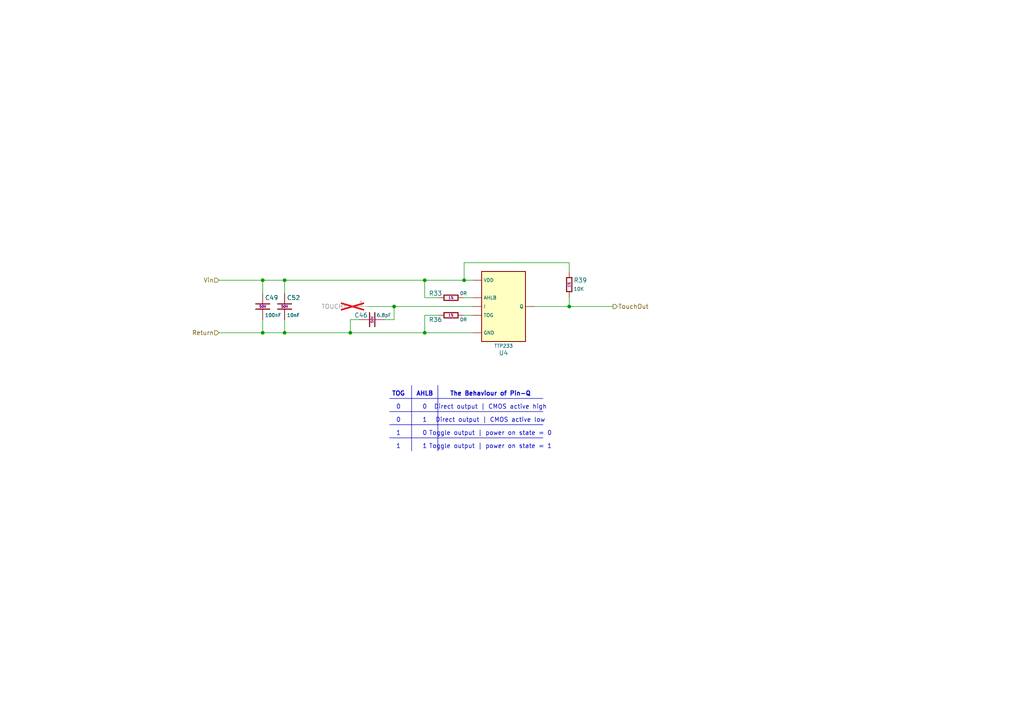
<source format=kicad_sch>
(kicad_sch (version 20231120) (generator "eeschema") (generator_version "8.0")
  (paper "A4")
  (lib_symbols
    (symbol "CoE_Capacitor:100nF" (pin_numbers hide) (pin_names (offset 0.254) hide)
      (property "Reference" "C" (at 0.635 2.54 0))
      (property "Value" "100nF" (at 0.635 -2.54 0))
      (property "Voltage" "50V" (at 0 0 0))
      (symbol "100nF_1_1"
        (polyline (pts (xy -2.032 -0.762) (xy 2.032 -0.762)) (stroke (width 0.3048)) (fill (type outline)))
        (polyline (pts (xy -2.032 0.762) (xy 2.032 0.762)) (stroke (width 0.3048)) (fill (type outline)))
        (pin passive line (at 0 3.81 270) (length 2.9972) (name "~") (number "1"))
        (pin passive line (at 0 -3.81 90) (length 2.9972) (name "~") (number "2"))
      )
    )
    (symbol "CoE_Capacitor:10nF" (pin_numbers hide) (pin_names (offset 0.254) hide)
      (property "Reference" "C" (at 0.635 2.54 0))
      (property "Value" "10nF" (at 0.635 -2.54 0))
      (property "Voltage" "50V" (at 0 0 0))
      (symbol "10nF_1_1"
        (polyline (pts (xy -2.032 -0.762) (xy 2.032 -0.762)) (stroke (width 0.3048)) (fill (type outline)))
        (polyline (pts (xy -2.032 0.762) (xy 2.032 0.762)) (stroke (width 0.3048)) (fill (type outline)))
        (pin passive line (at 0 3.81 270) (length 2.9972) (name "~") (number "1"))
        (pin passive line (at 0 -3.81 90) (length 2.9972) (name "~") (number "2"))
      )
    )
    (symbol "CoE_Capacitor:6.8pF" (pin_numbers hide) (pin_names (offset 0.254) hide)
      (property "Reference" "C" (at 0.635 2.54 0))
      (property "Value" "6.8pF" (at 0.635 -2.54 0))
      (property "Voltage" "50V" (at 0 0 0))
      (symbol "6.8pF_1_1"
        (polyline (pts (xy -2.032 -0.762) (xy 2.032 -0.762)) (stroke (width 0.3048)) (fill (type outline)))
        (polyline (pts (xy -2.032 0.762) (xy 2.032 0.762)) (stroke (width 0.3048)) (fill (type outline)))
        (pin passive line (at 0 3.81 270) (length 2.9972) (name "~") (number "1"))
        (pin passive line (at 0 -3.81 90) (length 2.9972) (name "~") (number "2"))
      )
    )
    (symbol "CoE_IntegratedCircuit:TTP233" (pin_numbers hide)
      (property "Reference" "U" (at 0 -13.462 0))
      (property "Value" "TTP233" (at 0 -11.43 0))
      (symbol "TTP233_1_1"
        (rectangle (start -6.35 10.16) (end 6.35 -10.16) (stroke (width 0.254)) (fill (type background)))
        (pin output line (at 8.89 0 180) (length 2.54) (name "Q") (number "1"))
        (pin power_in line (at -8.89 -7.62 0) (length 2.54) (name "GND") (number "2"))
        (pin input line (at -8.89 0 0) (length 2.54) (name "I") (number "3"))
        (pin input line (at -8.89 2.54 0) (length 2.54) (name "AHLB") (number "4"))
        (pin power_in line (at -8.89 7.62 0) (length 2.54) (name "VDD") (number "5"))
        (pin input line (at -8.89 -2.54 0) (length 2.54) (name "TOG") (number "6"))
      )
    )
    (symbol "CoE_Resistor:0R" (pin_numbers hide) (pin_names (offset 0.254) hide)
      (property "Reference" "R" (at 1.27 1.27 0))
      (property "Value" "0R" (at 1.27 -1.27 0))
      (property "Tolerance" "1%" (at 0 0 90))
      (symbol "0R_1_1"
        (polyline (pts (xy -0.762 -2.032) (xy -0.762 2.032)) (stroke (width 0.3048)) (fill (type outline)))
        (polyline (pts (xy 0.762 -2.032) (xy -0.762 -2.032)) (stroke (width 0.3048)) (fill (type outline)))
        (polyline (pts (xy 0.762 -2.032) (xy 0.762 2.032)) (stroke (width 0.3048)) (fill (type outline)))
        (polyline (pts (xy 0.762 2.032) (xy -0.762 2.032)) (stroke (width 0.3048)) (fill (type outline)))
        (pin passive line (at 0 3.81 270) (length 1.6002) (name "~") (number "1"))
        (pin passive line (at 0 -3.81 90) (length 1.6002) (name "~") (number "2"))
      )
    )
    (symbol "CoE_Resistor:10K" (pin_numbers hide) (pin_names (offset 0.254) hide)
      (property "Reference" "R" (at 1.27 1.27 0))
      (property "Value" "10K" (at 1.27 -1.27 0))
      (property "Tolerance" "1%" (at 0 0 90))
      (symbol "10K_1_1"
        (polyline (pts (xy -0.762 -2.032) (xy -0.762 2.032)) (stroke (width 0.3048)) (fill (type outline)))
        (polyline (pts (xy 0.762 -2.032) (xy -0.762 -2.032)) (stroke (width 0.3048)) (fill (type outline)))
        (polyline (pts (xy 0.762 -2.032) (xy 0.762 2.032)) (stroke (width 0.3048)) (fill (type outline)))
        (polyline (pts (xy 0.762 2.032) (xy -0.762 2.032)) (stroke (width 0.3048)) (fill (type outline)))
        (pin passive line (at 0 3.81 270) (length 1.6002) (name "~") (number "1"))
        (pin passive line (at 0 -3.81 90) (length 1.6002) (name "~") (number "2"))
      )
    )
    (symbol "Connector:Conn_01x01_Pin" (pin_names (offset 1.016) hide)
      (property "Reference" "J" (at 0 2.54 0))
      (property "Value" "Conn_01x01_Pin" (at 0 -2.54 0))
      (symbol "Conn_01x01_Pin_1_1"
        (polyline (pts (xy 1.27 0) (xy 0.8636 0)) (stroke (width 0.1524)))
        (rectangle (start 0.8636 0.127) (end 0 -0.127) (stroke (width 0.1524)) (fill (type outline)))
        (pin passive line (at 5.08 0 180) (length 3.81) (name "Pin_1") (number "1"))
      )
    )
  )
  (junction (at 123.19 96.52))
  (junction (at 82.55 96.52))
  (junction (at 134.62 81.28))
  (junction (at 101.6 96.52))
  (junction (at 114.3 88.9))
  (junction (at 76.2 81.28))
  (junction (at 82.55 81.28))
  (junction (at 76.2 96.52))
  (junction (at 165.1 88.9))
  (junction (at 123.19 81.28))
  (wire (pts (xy 76.2 81.28) (xy 76.2 85.09)))
  (polyline (pts (xy 113.03 127) (xy 157.48 127)))
  (wire (pts (xy 82.55 96.52) (xy 101.6 96.52)))
  (wire (pts (xy 123.19 81.28) (xy 134.62 81.28)))
  (wire (pts (xy 165.1 88.9) (xy 177.8 88.9)))
  (wire (pts (xy 82.55 81.28) (xy 123.19 81.28)))
  (wire (pts (xy 154.94 88.9) (xy 165.1 88.9)))
  (wire (pts (xy 101.6 92.71) (xy 101.6 96.52)))
  (wire (pts (xy 123.19 96.52) (xy 137.16 96.52)))
  (wire (pts (xy 76.2 96.52) (xy 82.55 96.52)))
  (wire (pts (xy 101.6 96.52) (xy 123.19 96.52)))
  (wire (pts (xy 106.68 88.9) (xy 114.3 88.9)))
  (wire (pts (xy 76.2 81.28) (xy 82.55 81.28)))
  (wire (pts (xy 165.1 76.2) (xy 134.62 76.2)))
  (wire (pts (xy 127 86.36) (xy 123.19 86.36)))
  (wire (pts (xy 82.55 81.28) (xy 82.55 85.09)))
  (wire (pts (xy 123.19 86.36) (xy 123.19 81.28)))
  (polyline (pts (xy 113.03 123.19) (xy 157.48 123.19)))
  (wire (pts (xy 76.2 92.71) (xy 76.2 96.52)))
  (wire (pts (xy 134.62 86.36) (xy 137.16 86.36)))
  (wire (pts (xy 114.3 88.9) (xy 137.16 88.9)))
  (polyline (pts (xy 119.38 111.76) (xy 119.38 130.81)))
  (polyline (pts (xy 113.03 119.38) (xy 157.48 119.38)))
  (wire (pts (xy 127 91.44) (xy 123.19 91.44)))
  (wire (pts (xy 63.5 81.28) (xy 76.2 81.28)))
  (wire (pts (xy 123.19 91.44) (xy 123.19 96.52)))
  (wire (pts (xy 134.62 81.28) (xy 137.16 81.28)))
  (wire (pts (xy 165.1 78.74) (xy 165.1 76.2)))
  (wire (pts (xy 82.55 92.71) (xy 82.55 96.52)))
  (wire (pts (xy 63.5 96.52) (xy 76.2 96.52)))
  (wire (pts (xy 114.3 92.71) (xy 114.3 88.9)))
  (wire (pts (xy 165.1 86.36) (xy 165.1 88.9)))
  (polyline (pts (xy 127 111.76) (xy 127 130.81)))
  (wire (pts (xy 134.62 91.44) (xy 137.16 91.44)))
  (wire (pts (xy 104.14 92.71) (xy 101.6 92.71)))
  (polyline (pts (xy 113.03 115.57) (xy 157.48 115.57)))
  (wire (pts (xy 111.76 92.71) (xy 114.3 92.71)))
  (wire (pts (xy 134.62 76.2) (xy 134.62 81.28)))
  (text "0" (at 123.19 118.11 0) (effects (font (size 1.27 1.27))))
  (text "Direct output | CMOS active high" (at 142.24 118.11 0) (effects (font (size 1.27 1.27))))
  (text "Toggle output | power on state = 0" (at 142.24 125.73 0) (effects (font (size 1.27 1.27))))
  (text "Direct output | CMOS active low" (at 142.24 121.92 0) (effects (font (size 1.27 1.27))))
  (text "The Behaviour of Pin-Q" (at 142.24 114.3 0) (effects (font (size 1.27 1.27) (thickness 0.254) (bold yes))))
  (text "Toggle output | power on state = 1" (at 142.24 129.54 0) (effects (font (size 1.27 1.27))))
  (text "1" (at 123.19 129.54 0) (effects (font (size 1.27 1.27))))
  (text "TOG" (at 115.57 114.3 0) (effects (font (size 1.27 1.27) (thickness 0.254) (bold yes))))
  (text "1" (at 115.57 129.54 0) (effects (font (size 1.27 1.27))))
  (text "0" (at 115.57 118.11 0) (effects (font (size 1.27 1.27))))
  (text "1" (at 115.57 125.73 0) (effects (font (size 1.27 1.27))))
  (text "0" (at 115.57 121.92 0) (effects (font (size 1.27 1.27))))
  (text "0" (at 123.19 125.73 0) (effects (font (size 1.27 1.27))))
  (text "AHLB" (at 123.19 114.3 0) (effects (font (size 1.27 1.27) (thickness 0.254) (bold yes))))
  (text "1" (at 123.19 121.92 0) (effects (font (size 1.27 1.27))))
  (hierarchical_label "Vin" (shape input) (at 63.5 81.28 180))
  (hierarchical_label "TouchOut" (shape output) (at 177.8 88.9 0))
  (hierarchical_label "Return" (shape input) (at 63.5 96.52 180))
  (symbol (lib_id "CoE_Capacitor:10nF") (at 82.55 88.9 0) (unit 1)
    (property "Reference" "C52" (at 83.185 86.36 0) (effects (justify left)))
    (property "Value" "10nF" (at 83.185 91.44 0) (effects (font (size 0.9906 0.9906)) (justify left)))
    (property "Footprint" "CoF_Capacitor:C-0402" (effects (hide yes)))
    (property "Description" "50V 10nF X7R ±10% 0402 Multilayer Ceramic Capacitors MLCC - SMD/SMT ROHS" (effects (hide yes)))
    (property "Voltage" "50V" (at 82.55 88.9 0) (effects (font (size 0.7112 0.7112))))
    (property "MFR. Part #" "CL05B103KB5NNNC" (effects (hide yes)))
    (property "JLCPCB Part #" "C15195" (effects (hide yes)))
    (instances (project "shelfDriver_v1.0" (path "" (reference "C52") (unit 1)) (path "" (reference "C53") (unit 1)) (path "" (reference "C54") (unit 1))))
  )
  (symbol (lib_id "CoE_Resistor:10K") (at 165.1 82.55 0) (unit 1)
    (property "Reference" "R39" (at 166.37 81.28 0) (effects (justify left)))
    (property "Value" "10K" (at 166.37 83.82 0) (effects (font (size 0.9906 0.9906)) (justify left)))
    (property "Footprint" "CoF_Resistor:R-0402" (effects (hide yes)))
    (property "Description" "±1% 1/16W Thick Film Resistors 50V ±100ppm/℃ -55℃~+155℃ 10kΩ 0402 Chip Resistor - Surface Mount ROHS" (effects (hide yes)))
    (property "Tolerance" "1%" (at 165.1 82.55 90) (effects (font (size 0.7112 0.7112))))
    (property "MFR. Part #" "0402WGF1002TCE" (effects (hide yes)))
    (property "JLCPCB Part #" "C25744" (effects (hide yes)))
    (instances (project "shelfDriver_v1.0" (path "" (reference "R39") (unit 1)) (path "" (reference "R40") (unit 1)) (path "" (reference "R41") (unit 1))))
  )
  (symbol (lib_id "Connector:Conn_01x01_Pin") (at 101.6 88.9 0) (unit 1) (in_bom no) (on_board no) (dnp yes)
    (property "Reference" "TOUCH1" (at 100.838 88.9 0) (effects (justify right)))
    (property "Value" "Conn_01x01_Pin" (effects (hide yes)))
    (property "Footprint" "CoF_Connector:SolderPt_2.5x4mm" (effects (hide yes)))
    (property "Description" "Generic connector, single row, 01x01, script generated" (effects (hide yes)))
    (instances (project "shelfDriver_v1.0" (path "" (reference "TOUCH1") (unit 1)) (path "" (reference "TOUCH2") (unit 1)) (path "" (reference "TOUCH3") (unit 1))))
  )
  (symbol (lib_id "CoE_Resistor:0R") (at 130.81 91.44 90) (mirror x) (unit 1)
    (property "Reference" "R36" (at 128.27 92.71 90) (effects (justify left)))
    (property "Value" "0R" (at 133.35 92.71 90) (effects (font (size 0.9906 0.9906)) (justify right)))
    (property "Footprint" "CoF_Resistor:R-0402" (effects (hide yes)))
    (property "Description" "±1% 1/16W Thick Film Resistors 50V ±800ppm/℃ -55℃~+155℃ 0Ω 0402 Chip Resistor - Surface Mount ROHS" (effects (hide yes)))
    (property "Tolerance" "1%" (at 130.81 91.44 90) (effects (font (size 0.7112 0.7112))))
    (property "MFR. Part #" "0402WGF0000TCE" (effects (hide yes)))
    (property "JLCPCB Part #" "C17168" (effects (hide yes)))
    (instances (project "shelfDriver_v1.0" (path "" (reference "R36") (unit 1)) (path "" (reference "R37") (unit 1)) (path "" (reference "R38") (unit 1))))
  )
  (symbol (lib_id "CoE_Capacitor:100nF") (at 76.2 88.9 0) (unit 1)
    (property "Reference" "C49" (at 76.835 86.36 0) (effects (justify left)))
    (property "Value" "100nF" (at 76.835 91.44 0) (effects (font (size 0.9906 0.9906)) (justify left)))
    (property "Footprint" "CoF_Capacitor:C-0402" (effects (hide yes)))
    (property "Description" "50V 100nF X7R ±10% 0402 Multilayer Ceramic Capacitors MLCC - SMD/SMT ROHS" (effects (hide yes)))
    (property "Voltage" "50V" (at 76.2 88.9 0) (effects (font (size 0.7112 0.7112))))
    (property "MFR. Part #" "CL05B104KB54PNC" (effects (hide yes)))
    (property "JLCPCB Part #" "C307331" (effects (hide yes)))
    (instances (project "shelfDriver_v1.0" (path "" (reference "C49") (unit 1)) (path "" (reference "C50") (unit 1)) (path "" (reference "C51") (unit 1))))
  )
  (symbol (lib_id "CoE_IntegratedCircuit:TTP233") (at 146.05 88.9 0) (unit 1)
    (property "Reference" "U4" (at 146.05 102.362 0))
    (property "Value" "TTP233" (at 146.05 100.33 0) (effects (font (size 0.9906 0.9906))))
    (property "Footprint" "CoF_SmallOutline:SOT-23-6" (effects (hide yes)))
    (property "Datasheet" "https://wmsc.lcsc.com/wmsc/upload/file/pdf/v2/lcsc/2109061130_Tontek-Design-Tech-TTP233H-BA6_C2890349.pdf" (effects (hide yes)))
    (property "Description" "SOT-23-6L Touch Sensors ROHS" (effects (hide yes)))
    (property "MFR. Part #" "TTP233H-BA6" (effects (hide yes)))
    (property "JLCPCB Part #" "C2890349" (effects (hide yes)))
    (instances (project "shelfDriver_v1.0" (path "" (reference "U4") (unit 1)) (path "" (reference "U8") (unit 1)) (path "" (reference "U9") (unit 1))))
  )
  (symbol (lib_id "CoE_Capacitor:6.8pF") (at 107.95 92.71 90) (unit 1)
    (property "Reference" "C46" (at 106.68 91.44 90) (effects (justify left)))
    (property "Value" "6.8pF" (at 109.22 91.44 90) (effects (font (size 0.9906 0.9906)) (justify right)))
    (property "Footprint" "CoF_Capacitor:C-0402" (effects (hide yes)))
    (property "Description" "50V 6.8pF C0G ±0.25pF 0402 Multilayer Ceramic Capacitors MLCC - SMD/SMT ROHS" (effects (hide yes)))
    (property "Voltage" "50V" (at 107.95 92.71 0) (effects (font (size 0.7112 0.7112))))
    (property "MFR. Part #" "0402CG6R8C500NT" (effects (hide yes)))
    (property "JLCPCB Part #" "C1576" (effects (hide yes)))
    (instances (project "shelfDriver_v1.0" (path "" (reference "C46") (unit 1)) (path "" (reference "C47") (unit 1)) (path "" (reference "C48") (unit 1))))
  )
  (symbol (lib_id "CoE_Resistor:0R") (at 130.81 86.36 90) (unit 1)
    (property "Reference" "R33" (at 128.27 85.09 90) (effects (justify left)))
    (property "Value" "0R" (at 133.35 85.09 90) (effects (font (size 0.9906 0.9906)) (justify right)))
    (property "Footprint" "CoF_Resistor:R-0402" (effects (hide yes)))
    (property "Description" "±1% 1/16W Thick Film Resistors 50V ±800ppm/℃ -55℃~+155℃ 0Ω 0402 Chip Resistor - Surface Mount ROHS" (effects (hide yes)))
    (property "Tolerance" "1%" (at 130.81 86.36 90) (effects (font (size 0.7112 0.7112))))
    (property "MFR. Part #" "0402WGF0000TCE" (effects (hide yes)))
    (property "JLCPCB Part #" "C17168" (effects (hide yes)))
    (instances (project "shelfDriver_v1.0" (path "" (reference "R33") (unit 1)) (path "" (reference "R34") (unit 1)) (path "" (reference "R35") (unit 1))))
  )
)
</source>
